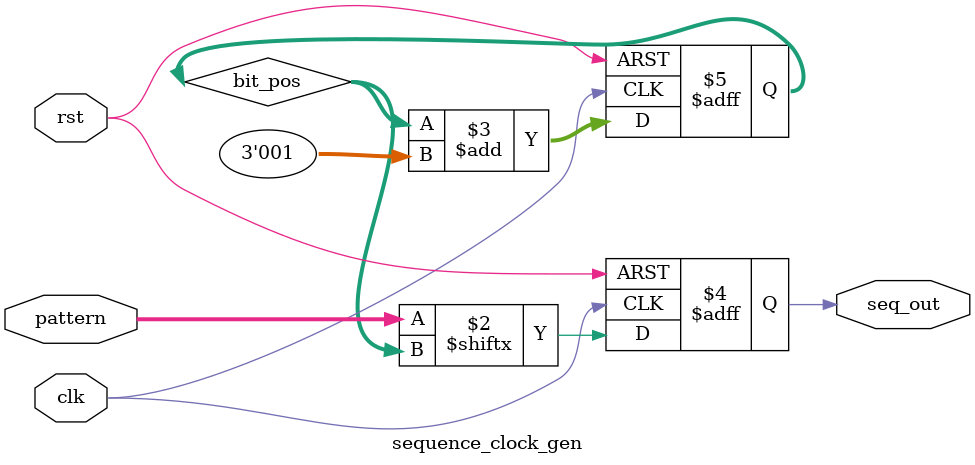
<source format=sv>
module sequence_clock_gen(
    input clk,
    input rst,
    input [7:0] pattern,
    output reg seq_out
);
    reg [2:0] bit_pos;
    
    always @(posedge clk or posedge rst) begin
        if (rst) begin
            bit_pos <= 3'd0;
            seq_out <= 1'b0;
        end else begin
            seq_out <= pattern[bit_pos];
            bit_pos <= bit_pos + 3'd1;
        end
    end
endmodule
</source>
